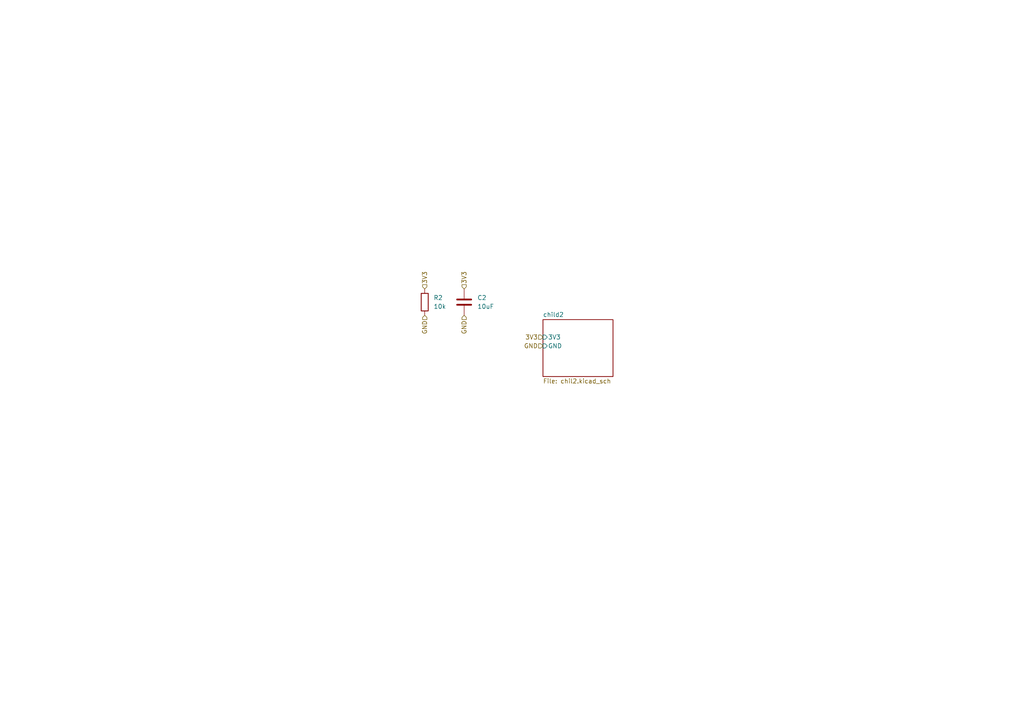
<source format=kicad_sch>
(kicad_sch (version 20250114) (generator "eeschema") (generator_version "9.0")
  (paper "A4")
  (lib_symbols
    (symbol "Device:C" (pin_numbers (hide yes)) (pin_names (offset 0.254))
      (property "Reference" "C" (at 0.635 2.54 0))
      (property "Value" "C" (at 0.635 -2.54 0))
      (symbol "C_0_1"
        (polyline (pts (xy -2.032 0.762) (xy 2.032 0.762)) (stroke (width 0.508)))
        (polyline (pts (xy -2.032 -0.762) (xy 2.032 -0.762)) (stroke (width 0.508)))
      )
      (symbol "C_1_1"
        (pin passive line (at 0 3.81 270) (length 2.794) (name "~") (number "1"))
        (pin passive line (at 0 -3.81 90) (length 2.794) (name "~") (number "2"))
      )
    )
    (symbol "Device:R" (pin_numbers (hide yes)) (pin_names (offset 0))
      (property "Reference" "R" (at 2.032 0 90))
      (property "Value" "R" (at 0 0 90))
      (symbol "R_0_1"
        (rectangle (start -1.016 -2.54) (end 1.016 2.54) (stroke (width 0.254)))
      )
      (symbol "R_1_1"
        (pin passive line (at 0 3.81 270) (length 1.27) (name "~") (number "1"))
        (pin passive line (at 0 -3.81 90) (length 1.27) (name "~") (number "2"))
      )
    )
  )
  (hierarchical_label "GND" (shape input) (at 123.19 91.44 270))
  (hierarchical_label "3V3" (shape input) (at 123.19 83.82 90))
  (hierarchical_label "3V3" (shape input) (at 157.48 97.79 180))
  (hierarchical_label "3V3" (shape input) (at 134.62 83.82 90))
  (hierarchical_label "GND" (shape input) (at 157.48 100.33 180))
  (hierarchical_label "GND" (shape input) (at 134.62 91.44 270))
  (symbol (lib_id "Device:R") (at 123.19 87.63 0) (unit 1)
    (property "Reference" "R2" (at 125.73 86.3599 0) (effects (justify left)))
    (property "Value" "10k" (at 125.73 88.8999 0) (effects (justify left)))
    (property "Footprint" "Resistor_SMD:R_0603_1608Metric" (effects (hide yes)))
    (property "Description" "Resistor" (effects (hide yes)))
  )
  (symbol (lib_id "Device:C") (at 134.62 87.63 0) (unit 1)
    (property "Reference" "C2" (at 138.43 86.3599 0) (effects (justify left)))
    (property "Value" "10uF" (at 138.43 88.8999 0) (effects (justify left)))
    (property "Footprint" "Capacitor_SMD:C_0603_1608Metric" (effects (hide yes)))
    (property "Description" "Unpolarized capacitor" (effects (hide yes)))
  )
  (sheet (at 157.48 92.71) (size 20.32 16.51) (stroke (width 0.1524))
    (property "Sheetname" "child2" (at 157.48 91.9984 0) (effects (justify left bottom)))
    (property "Sheetfile" "chil2.kicad_sch" (at 157.48 109.8046 0) (effects (justify left top)))
    (pin "3V3" input (at 157.48 97.79 180))
    (pin "GND" input (at 157.48 100.33 180))
  )
)
</source>
